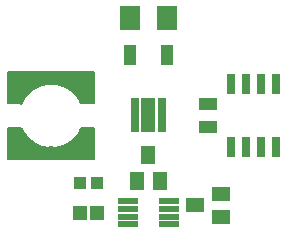
<source format=gts>
G75*
%MOIN*%
%OFA0B0*%
%FSLAX25Y25*%
%IPPOS*%
%LPD*%
%AMOC8*
5,1,8,0,0,1.08239X$1,22.5*
%
%ADD10R,0.05918X0.04343*%
%ADD11R,0.02965X0.06706*%
%ADD12R,0.04737X0.06312*%
%ADD13R,0.02965X0.11824*%
%ADD14R,0.04737X0.11824*%
%ADD15R,0.05800X0.05800*%
%ADD16C,0.00500*%
%ADD17C,0.00160*%
%ADD18R,0.07099X0.08280*%
%ADD19R,0.04343X0.07099*%
%ADD20R,0.07099X0.01981*%
%ADD21R,0.04540X0.04540*%
%ADD22R,0.03950X0.03950*%
%ADD23R,0.06312X0.04737*%
D10*
X0071600Y0047860D03*
X0071600Y0055340D03*
D11*
X0079100Y0062230D03*
X0084100Y0062230D03*
X0089100Y0062230D03*
X0094100Y0062230D03*
X0094100Y0040970D03*
X0089100Y0040970D03*
X0084100Y0040970D03*
X0079100Y0040970D03*
D12*
X0055340Y0029769D03*
X0047860Y0029769D03*
X0051600Y0038431D03*
D13*
X0047171Y0051600D03*
X0056029Y0051600D03*
D14*
X0051600Y0051600D03*
D15*
X0007289Y0039789D03*
X0007289Y0063411D03*
D16*
X0004730Y0063415D02*
X0033470Y0063415D01*
X0033470Y0062917D02*
X0004730Y0062917D01*
X0004730Y0062418D02*
X0016406Y0062418D01*
X0016471Y0062430D02*
X0015168Y0062204D01*
X0013919Y0061768D01*
X0012759Y0061133D01*
X0011719Y0060316D01*
X0010827Y0059339D01*
X0010107Y0058229D01*
X0009579Y0057017D01*
X0009257Y0055734D01*
X0004730Y0055734D01*
X0004730Y0065970D01*
X0033470Y0065970D01*
X0033470Y0055734D01*
X0028943Y0055734D01*
X0028580Y0056991D01*
X0028026Y0058176D01*
X0027292Y0059260D01*
X0026399Y0060216D01*
X0025367Y0061020D01*
X0024221Y0061653D01*
X0022991Y0062099D01*
X0021706Y0062347D01*
X0020399Y0062391D01*
X0019100Y0062230D01*
X0017794Y0062438D01*
X0016471Y0062430D01*
X0017919Y0062418D02*
X0033470Y0062418D01*
X0033470Y0061920D02*
X0023486Y0061920D01*
X0024641Y0061421D02*
X0033470Y0061421D01*
X0033470Y0060923D02*
X0025492Y0060923D01*
X0026132Y0060424D02*
X0033470Y0060424D01*
X0033470Y0059926D02*
X0026670Y0059926D01*
X0027136Y0059427D02*
X0033470Y0059427D01*
X0033470Y0058929D02*
X0027517Y0058929D01*
X0027854Y0058430D02*
X0033470Y0058430D01*
X0033470Y0057932D02*
X0028140Y0057932D01*
X0028373Y0057433D02*
X0033470Y0057433D01*
X0033470Y0056935D02*
X0028596Y0056935D01*
X0028740Y0056436D02*
X0033470Y0056436D01*
X0033470Y0055938D02*
X0028884Y0055938D01*
X0033470Y0063914D02*
X0004730Y0063914D01*
X0004730Y0064412D02*
X0033470Y0064412D01*
X0033470Y0064911D02*
X0004730Y0064911D01*
X0004730Y0065409D02*
X0033470Y0065409D01*
X0033470Y0065908D02*
X0004730Y0065908D01*
X0004730Y0061920D02*
X0014355Y0061920D01*
X0013287Y0061421D02*
X0004730Y0061421D01*
X0004730Y0060923D02*
X0012492Y0060923D01*
X0011858Y0060424D02*
X0004730Y0060424D01*
X0004730Y0059926D02*
X0011363Y0059926D01*
X0010908Y0059427D02*
X0004730Y0059427D01*
X0004730Y0058929D02*
X0010561Y0058929D01*
X0010238Y0058430D02*
X0004730Y0058430D01*
X0004730Y0057932D02*
X0009978Y0057932D01*
X0009761Y0057433D02*
X0004730Y0057433D01*
X0004730Y0056935D02*
X0009559Y0056935D01*
X0009434Y0056436D02*
X0004730Y0056436D01*
X0004730Y0055938D02*
X0009309Y0055938D01*
X0009257Y0047466D02*
X0004730Y0047466D01*
X0004730Y0037230D01*
X0033470Y0037230D01*
X0033470Y0047466D01*
X0028943Y0047466D01*
X0028621Y0046183D01*
X0028093Y0044971D01*
X0027373Y0043861D01*
X0026481Y0042884D01*
X0025441Y0042067D01*
X0024281Y0041432D01*
X0023032Y0040996D01*
X0021729Y0040770D01*
X0020406Y0040762D01*
X0019100Y0040970D01*
X0017801Y0040809D01*
X0016494Y0040853D01*
X0015209Y0041101D01*
X0013979Y0041547D01*
X0012833Y0042180D01*
X0011801Y0042984D01*
X0010908Y0043940D01*
X0010174Y0045024D01*
X0009620Y0046209D01*
X0009257Y0047466D01*
X0009258Y0047463D02*
X0004730Y0047463D01*
X0004730Y0046965D02*
X0009402Y0046965D01*
X0009546Y0046466D02*
X0004730Y0046466D01*
X0004730Y0045968D02*
X0009733Y0045968D01*
X0009966Y0045469D02*
X0004730Y0045469D01*
X0004730Y0044970D02*
X0010210Y0044970D01*
X0010547Y0044472D02*
X0004730Y0044472D01*
X0004730Y0043973D02*
X0010885Y0043973D01*
X0011342Y0043475D02*
X0004730Y0043475D01*
X0004730Y0042976D02*
X0011811Y0042976D01*
X0012451Y0042478D02*
X0004730Y0042478D01*
X0004730Y0041979D02*
X0013196Y0041979D01*
X0014160Y0041481D02*
X0004730Y0041481D01*
X0004730Y0040982D02*
X0015823Y0040982D01*
X0022954Y0040982D02*
X0033470Y0040982D01*
X0033470Y0040484D02*
X0004730Y0040484D01*
X0004730Y0039985D02*
X0033470Y0039985D01*
X0033470Y0039487D02*
X0004730Y0039487D01*
X0004730Y0038988D02*
X0033470Y0038988D01*
X0033470Y0038490D02*
X0004730Y0038490D01*
X0004730Y0037991D02*
X0033470Y0037991D01*
X0033470Y0037493D02*
X0004730Y0037493D01*
X0024369Y0041481D02*
X0033470Y0041481D01*
X0033470Y0041979D02*
X0025280Y0041979D01*
X0025963Y0042478D02*
X0033470Y0042478D01*
X0033470Y0042976D02*
X0026565Y0042976D01*
X0027020Y0043475D02*
X0033470Y0043475D01*
X0033470Y0043973D02*
X0027446Y0043973D01*
X0027769Y0044472D02*
X0033470Y0044472D01*
X0033470Y0044970D02*
X0028093Y0044970D01*
X0028310Y0045469D02*
X0033470Y0045469D01*
X0033470Y0045968D02*
X0028527Y0045968D01*
X0028692Y0046466D02*
X0033470Y0046466D01*
X0033470Y0046965D02*
X0028817Y0046965D01*
X0028942Y0047463D02*
X0033470Y0047463D01*
D17*
X0030204Y0056243D02*
X0028877Y0055685D01*
X0028772Y0055923D01*
X0028660Y0056158D01*
X0028544Y0056390D01*
X0028421Y0056619D01*
X0028293Y0056845D01*
X0028159Y0057068D01*
X0028020Y0057288D01*
X0027876Y0057504D01*
X0027726Y0057717D01*
X0027572Y0057926D01*
X0027412Y0058131D01*
X0027247Y0058332D01*
X0027078Y0058529D01*
X0026904Y0058722D01*
X0026725Y0058910D01*
X0026541Y0059094D01*
X0026353Y0059274D01*
X0026161Y0059449D01*
X0025964Y0059619D01*
X0025764Y0059784D01*
X0025559Y0059945D01*
X0025351Y0060100D01*
X0025139Y0060250D01*
X0024923Y0060396D01*
X0024704Y0060535D01*
X0024482Y0060670D01*
X0024256Y0060798D01*
X0024027Y0060922D01*
X0023795Y0061040D01*
X0023561Y0061152D01*
X0023324Y0061258D01*
X0023084Y0061358D01*
X0022842Y0061453D01*
X0022597Y0061542D01*
X0022351Y0061624D01*
X0022103Y0061701D01*
X0021852Y0061771D01*
X0021601Y0061836D01*
X0021347Y0061894D01*
X0021093Y0061946D01*
X0020837Y0061992D01*
X0020580Y0062032D01*
X0020322Y0062065D01*
X0020063Y0062092D01*
X0019804Y0062113D01*
X0019545Y0062127D01*
X0019285Y0062135D01*
X0019025Y0062137D01*
X0018765Y0062132D01*
X0018506Y0062121D01*
X0018246Y0062104D01*
X0017987Y0062080D01*
X0017729Y0062050D01*
X0017472Y0062014D01*
X0017215Y0061972D01*
X0016960Y0061923D01*
X0016706Y0061868D01*
X0016453Y0061807D01*
X0016202Y0061740D01*
X0015953Y0061666D01*
X0015705Y0061587D01*
X0015460Y0061501D01*
X0015217Y0061410D01*
X0014975Y0061313D01*
X0014737Y0061210D01*
X0014501Y0061101D01*
X0014268Y0060986D01*
X0014037Y0060866D01*
X0013810Y0060740D01*
X0013586Y0060608D01*
X0013365Y0060472D01*
X0013147Y0060329D01*
X0012933Y0060182D01*
X0012723Y0060029D01*
X0012516Y0059872D01*
X0012313Y0059709D01*
X0012115Y0059541D01*
X0011920Y0059369D01*
X0011730Y0059192D01*
X0011544Y0059010D01*
X0011362Y0058824D01*
X0011186Y0058633D01*
X0011013Y0058439D01*
X0010846Y0058240D01*
X0010684Y0058037D01*
X0010526Y0057830D01*
X0010374Y0057619D01*
X0010227Y0057405D01*
X0010085Y0057187D01*
X0009949Y0056966D01*
X0009817Y0056742D01*
X0009692Y0056514D01*
X0009572Y0056283D01*
X0009458Y0056050D01*
X0009349Y0055814D01*
X0009246Y0055575D01*
X0007913Y0056118D01*
X0008029Y0056390D01*
X0008152Y0056658D01*
X0008282Y0056923D01*
X0008418Y0057185D01*
X0008560Y0057444D01*
X0008709Y0057699D01*
X0008864Y0057951D01*
X0009025Y0058198D01*
X0009192Y0058442D01*
X0009365Y0058681D01*
X0009543Y0058916D01*
X0009728Y0059147D01*
X0009918Y0059373D01*
X0010113Y0059594D01*
X0010314Y0059811D01*
X0010520Y0060022D01*
X0010731Y0060229D01*
X0010947Y0060430D01*
X0011168Y0060626D01*
X0011393Y0060817D01*
X0011623Y0061002D01*
X0011858Y0061181D01*
X0012097Y0061354D01*
X0012340Y0061522D01*
X0012587Y0061684D01*
X0012838Y0061839D01*
X0013093Y0061989D01*
X0013351Y0062132D01*
X0013613Y0062269D01*
X0013878Y0062399D01*
X0014146Y0062523D01*
X0014417Y0062640D01*
X0014691Y0062751D01*
X0014967Y0062855D01*
X0015246Y0062952D01*
X0015527Y0063042D01*
X0015810Y0063125D01*
X0016095Y0063202D01*
X0016382Y0063271D01*
X0016671Y0063334D01*
X0016961Y0063389D01*
X0017252Y0063437D01*
X0017545Y0063479D01*
X0017838Y0063513D01*
X0018132Y0063539D01*
X0018427Y0063559D01*
X0018722Y0063572D01*
X0019017Y0063577D01*
X0019312Y0063575D01*
X0019607Y0063566D01*
X0019902Y0063549D01*
X0020197Y0063526D01*
X0020490Y0063495D01*
X0020783Y0063457D01*
X0021075Y0063412D01*
X0021366Y0063360D01*
X0021655Y0063301D01*
X0021943Y0063235D01*
X0022229Y0063161D01*
X0022513Y0063081D01*
X0022795Y0062994D01*
X0023075Y0062900D01*
X0023352Y0062799D01*
X0023627Y0062692D01*
X0023900Y0062578D01*
X0024169Y0062457D01*
X0024436Y0062329D01*
X0024699Y0062196D01*
X0024959Y0062055D01*
X0025215Y0061909D01*
X0025468Y0061756D01*
X0025717Y0061597D01*
X0025962Y0061432D01*
X0026202Y0061262D01*
X0026439Y0061085D01*
X0026671Y0060903D01*
X0026899Y0060715D01*
X0027122Y0060521D01*
X0027340Y0060322D01*
X0027554Y0060118D01*
X0027762Y0059909D01*
X0027965Y0059695D01*
X0028163Y0059475D01*
X0028355Y0059251D01*
X0028542Y0059023D01*
X0028724Y0058790D01*
X0028899Y0058552D01*
X0029069Y0058311D01*
X0029233Y0058065D01*
X0029390Y0057815D01*
X0029542Y0057562D01*
X0029687Y0057305D01*
X0029826Y0057044D01*
X0029959Y0056781D01*
X0030085Y0056514D01*
X0030205Y0056244D01*
X0030065Y0056185D01*
X0029947Y0056452D01*
X0029823Y0056715D01*
X0029692Y0056976D01*
X0029554Y0057233D01*
X0029411Y0057487D01*
X0029261Y0057737D01*
X0029106Y0057984D01*
X0028944Y0058226D01*
X0028776Y0058465D01*
X0028603Y0058699D01*
X0028424Y0058929D01*
X0028239Y0059155D01*
X0028049Y0059376D01*
X0027854Y0059593D01*
X0027653Y0059804D01*
X0027448Y0060011D01*
X0027237Y0060212D01*
X0027021Y0060409D01*
X0026801Y0060600D01*
X0026576Y0060785D01*
X0026347Y0060965D01*
X0026113Y0061140D01*
X0025875Y0061308D01*
X0025633Y0061471D01*
X0025388Y0061628D01*
X0025138Y0061779D01*
X0024885Y0061924D01*
X0024628Y0062062D01*
X0024368Y0062194D01*
X0024105Y0062320D01*
X0023839Y0062439D01*
X0023570Y0062552D01*
X0023299Y0062658D01*
X0023025Y0062758D01*
X0022748Y0062850D01*
X0022470Y0062936D01*
X0022189Y0063016D01*
X0021907Y0063088D01*
X0021623Y0063153D01*
X0021337Y0063212D01*
X0021050Y0063263D01*
X0020762Y0063308D01*
X0020473Y0063345D01*
X0020183Y0063375D01*
X0019892Y0063399D01*
X0019601Y0063415D01*
X0019309Y0063424D01*
X0019018Y0063426D01*
X0018726Y0063421D01*
X0018435Y0063408D01*
X0018144Y0063389D01*
X0017854Y0063362D01*
X0017564Y0063329D01*
X0017275Y0063288D01*
X0016988Y0063240D01*
X0016701Y0063186D01*
X0016416Y0063124D01*
X0016133Y0063056D01*
X0015851Y0062980D01*
X0015572Y0062898D01*
X0015294Y0062809D01*
X0015019Y0062713D01*
X0014746Y0062610D01*
X0014475Y0062501D01*
X0014208Y0062385D01*
X0013943Y0062263D01*
X0013682Y0062134D01*
X0013423Y0061999D01*
X0013168Y0061858D01*
X0012917Y0061710D01*
X0012669Y0061557D01*
X0012425Y0061397D01*
X0012185Y0061232D01*
X0011949Y0061060D01*
X0011717Y0060883D01*
X0011490Y0060701D01*
X0011267Y0060512D01*
X0011049Y0060319D01*
X0010836Y0060120D01*
X0010627Y0059916D01*
X0010424Y0059707D01*
X0010226Y0059494D01*
X0010033Y0059275D01*
X0009845Y0059052D01*
X0009663Y0058824D01*
X0009487Y0058592D01*
X0009316Y0058355D01*
X0009151Y0058115D01*
X0008992Y0057871D01*
X0008839Y0057622D01*
X0008692Y0057370D01*
X0008552Y0057115D01*
X0008417Y0056856D01*
X0008289Y0056594D01*
X0008168Y0056329D01*
X0008052Y0056061D01*
X0008192Y0056004D01*
X0008306Y0056269D01*
X0008426Y0056531D01*
X0008552Y0056789D01*
X0008685Y0057045D01*
X0008824Y0057297D01*
X0008969Y0057545D01*
X0009120Y0057790D01*
X0009277Y0058032D01*
X0009440Y0058269D01*
X0009608Y0058503D01*
X0009783Y0058732D01*
X0009962Y0058957D01*
X0010148Y0059177D01*
X0010338Y0059393D01*
X0010534Y0059604D01*
X0010735Y0059810D01*
X0010940Y0060011D01*
X0011151Y0060208D01*
X0011366Y0060399D01*
X0011586Y0060584D01*
X0011811Y0060765D01*
X0012039Y0060939D01*
X0012272Y0061109D01*
X0012509Y0061272D01*
X0012750Y0061430D01*
X0012995Y0061581D01*
X0013243Y0061727D01*
X0013495Y0061866D01*
X0013750Y0062000D01*
X0014008Y0062127D01*
X0014270Y0062247D01*
X0014534Y0062362D01*
X0014801Y0062469D01*
X0015070Y0062571D01*
X0015342Y0062665D01*
X0015616Y0062753D01*
X0015892Y0062835D01*
X0016171Y0062909D01*
X0016450Y0062977D01*
X0016732Y0063038D01*
X0017014Y0063092D01*
X0017298Y0063139D01*
X0017583Y0063179D01*
X0017869Y0063212D01*
X0018156Y0063238D01*
X0018443Y0063258D01*
X0018731Y0063270D01*
X0019019Y0063275D01*
X0019307Y0063273D01*
X0019594Y0063264D01*
X0019882Y0063248D01*
X0020169Y0063225D01*
X0020455Y0063195D01*
X0020740Y0063158D01*
X0021025Y0063114D01*
X0021308Y0063064D01*
X0021590Y0063006D01*
X0021871Y0062941D01*
X0022150Y0062870D01*
X0022427Y0062792D01*
X0022702Y0062707D01*
X0022975Y0062615D01*
X0023245Y0062517D01*
X0023513Y0062412D01*
X0023779Y0062301D01*
X0024042Y0062183D01*
X0024301Y0062059D01*
X0024558Y0061928D01*
X0024811Y0061792D01*
X0025061Y0061649D01*
X0025308Y0061500D01*
X0025550Y0061345D01*
X0025789Y0061185D01*
X0026024Y0061018D01*
X0026255Y0060846D01*
X0026481Y0060668D01*
X0026703Y0060485D01*
X0026921Y0060296D01*
X0027133Y0060102D01*
X0027341Y0059903D01*
X0027544Y0059699D01*
X0027743Y0059491D01*
X0027935Y0059277D01*
X0028123Y0059059D01*
X0028305Y0058836D01*
X0028482Y0058609D01*
X0028653Y0058377D01*
X0028819Y0058142D01*
X0028978Y0057902D01*
X0029132Y0057659D01*
X0029280Y0057412D01*
X0029422Y0057161D01*
X0029557Y0056907D01*
X0029687Y0056650D01*
X0029810Y0056390D01*
X0029926Y0056127D01*
X0029787Y0056068D01*
X0029672Y0056328D01*
X0029550Y0056585D01*
X0029423Y0056839D01*
X0029289Y0057089D01*
X0029149Y0057337D01*
X0029003Y0057580D01*
X0028851Y0057821D01*
X0028694Y0058057D01*
X0028530Y0058290D01*
X0028361Y0058518D01*
X0028187Y0058742D01*
X0028007Y0058962D01*
X0027822Y0059178D01*
X0027631Y0059389D01*
X0027436Y0059595D01*
X0027235Y0059796D01*
X0027030Y0059992D01*
X0026820Y0060184D01*
X0026605Y0060370D01*
X0026386Y0060551D01*
X0026162Y0060726D01*
X0025935Y0060896D01*
X0025703Y0061061D01*
X0025467Y0061219D01*
X0025227Y0061372D01*
X0024984Y0061519D01*
X0024738Y0061660D01*
X0024487Y0061795D01*
X0024234Y0061924D01*
X0023978Y0062046D01*
X0023718Y0062162D01*
X0023456Y0062272D01*
X0023192Y0062376D01*
X0022925Y0062473D01*
X0022655Y0062563D01*
X0022384Y0062647D01*
X0022110Y0062724D01*
X0021835Y0062795D01*
X0021558Y0062858D01*
X0021280Y0062915D01*
X0021000Y0062965D01*
X0020719Y0063009D01*
X0020437Y0063045D01*
X0020155Y0063075D01*
X0019871Y0063097D01*
X0019588Y0063113D01*
X0019304Y0063122D01*
X0019020Y0063124D01*
X0018735Y0063119D01*
X0018452Y0063107D01*
X0018168Y0063088D01*
X0017885Y0063062D01*
X0017603Y0063029D01*
X0017321Y0062990D01*
X0017041Y0062943D01*
X0016762Y0062890D01*
X0016484Y0062830D01*
X0016208Y0062763D01*
X0015934Y0062689D01*
X0015661Y0062609D01*
X0015390Y0062522D01*
X0015122Y0062429D01*
X0014856Y0062329D01*
X0014593Y0062222D01*
X0014332Y0062110D01*
X0014074Y0061991D01*
X0013819Y0061865D01*
X0013567Y0061734D01*
X0013318Y0061596D01*
X0013073Y0061452D01*
X0012832Y0061302D01*
X0012594Y0061147D01*
X0012360Y0060986D01*
X0012130Y0060819D01*
X0011904Y0060646D01*
X0011683Y0060468D01*
X0011466Y0060285D01*
X0011253Y0060096D01*
X0011045Y0059903D01*
X0010842Y0059704D01*
X0010644Y0059500D01*
X0010450Y0059292D01*
X0010262Y0059079D01*
X0010080Y0058861D01*
X0009902Y0058640D01*
X0009730Y0058413D01*
X0009564Y0058183D01*
X0009403Y0057949D01*
X0009248Y0057710D01*
X0009099Y0057469D01*
X0008956Y0057223D01*
X0008819Y0056974D01*
X0008688Y0056722D01*
X0008563Y0056467D01*
X0008444Y0056209D01*
X0008332Y0055947D01*
X0008472Y0055890D01*
X0008583Y0056148D01*
X0008700Y0056403D01*
X0008823Y0056655D01*
X0008952Y0056904D01*
X0009088Y0057149D01*
X0009229Y0057392D01*
X0009376Y0057630D01*
X0009529Y0057865D01*
X0009688Y0058097D01*
X0009852Y0058324D01*
X0010022Y0058547D01*
X0010197Y0058766D01*
X0010377Y0058981D01*
X0010563Y0059191D01*
X0010754Y0059397D01*
X0010949Y0059598D01*
X0011150Y0059794D01*
X0011355Y0059985D01*
X0011565Y0060171D01*
X0011779Y0060352D01*
X0011998Y0060528D01*
X0012221Y0060698D01*
X0012448Y0060863D01*
X0012679Y0061022D01*
X0012913Y0061175D01*
X0013152Y0061323D01*
X0013394Y0061465D01*
X0013639Y0061601D01*
X0013888Y0061731D01*
X0014139Y0061854D01*
X0014394Y0061972D01*
X0014651Y0062083D01*
X0014911Y0062188D01*
X0015174Y0062287D01*
X0015439Y0062379D01*
X0015706Y0062465D01*
X0015975Y0062544D01*
X0016246Y0062617D01*
X0016518Y0062683D01*
X0016792Y0062742D01*
X0017068Y0062795D01*
X0017344Y0062840D01*
X0017622Y0062880D01*
X0017901Y0062912D01*
X0018180Y0062937D01*
X0018460Y0062956D01*
X0018740Y0062968D01*
X0019020Y0062973D01*
X0019301Y0062971D01*
X0019581Y0062962D01*
X0019861Y0062947D01*
X0020141Y0062924D01*
X0020420Y0062895D01*
X0020698Y0062859D01*
X0020975Y0062817D01*
X0021251Y0062767D01*
X0021526Y0062711D01*
X0021799Y0062648D01*
X0022071Y0062578D01*
X0022341Y0062502D01*
X0022609Y0062419D01*
X0022875Y0062330D01*
X0023138Y0062235D01*
X0023399Y0062132D01*
X0023658Y0062024D01*
X0023914Y0061909D01*
X0024167Y0061788D01*
X0024417Y0061661D01*
X0024664Y0061528D01*
X0024907Y0061389D01*
X0025147Y0061244D01*
X0025384Y0061093D01*
X0025617Y0060937D01*
X0025845Y0060774D01*
X0026070Y0060607D01*
X0026291Y0060434D01*
X0026507Y0060255D01*
X0026719Y0060071D01*
X0026926Y0059883D01*
X0027129Y0059689D01*
X0027327Y0059490D01*
X0027520Y0059287D01*
X0027708Y0059078D01*
X0027891Y0058866D01*
X0028068Y0058649D01*
X0028241Y0058427D01*
X0028407Y0058202D01*
X0028569Y0057972D01*
X0028724Y0057739D01*
X0028874Y0057502D01*
X0029018Y0057261D01*
X0029156Y0057017D01*
X0029288Y0056770D01*
X0029414Y0056519D01*
X0029534Y0056266D01*
X0029648Y0056009D01*
X0029509Y0055951D01*
X0029396Y0056204D01*
X0029278Y0056454D01*
X0029154Y0056701D01*
X0029023Y0056945D01*
X0028887Y0057186D01*
X0028745Y0057424D01*
X0028597Y0057658D01*
X0028443Y0057888D01*
X0028284Y0058114D01*
X0028120Y0058337D01*
X0027950Y0058555D01*
X0027774Y0058769D01*
X0027594Y0058979D01*
X0027409Y0059185D01*
X0027218Y0059385D01*
X0027023Y0059581D01*
X0026823Y0059773D01*
X0026618Y0059959D01*
X0026409Y0060140D01*
X0026196Y0060316D01*
X0025978Y0060487D01*
X0025756Y0060653D01*
X0025530Y0060813D01*
X0025301Y0060967D01*
X0025067Y0061116D01*
X0024830Y0061259D01*
X0024590Y0061396D01*
X0024347Y0061528D01*
X0024100Y0061653D01*
X0023850Y0061772D01*
X0023598Y0061886D01*
X0023342Y0061993D01*
X0023085Y0062093D01*
X0022825Y0062188D01*
X0022562Y0062276D01*
X0022298Y0062357D01*
X0022031Y0062433D01*
X0021763Y0062501D01*
X0021494Y0062563D01*
X0021222Y0062619D01*
X0020950Y0062668D01*
X0020677Y0062710D01*
X0020402Y0062745D01*
X0020127Y0062774D01*
X0019851Y0062796D01*
X0019575Y0062811D01*
X0019298Y0062820D01*
X0019021Y0062822D01*
X0018745Y0062817D01*
X0018468Y0062805D01*
X0018192Y0062787D01*
X0017916Y0062762D01*
X0017641Y0062730D01*
X0017367Y0062691D01*
X0017094Y0062646D01*
X0016823Y0062594D01*
X0016552Y0062536D01*
X0016283Y0062470D01*
X0016016Y0062399D01*
X0015750Y0062321D01*
X0015487Y0062236D01*
X0015225Y0062145D01*
X0014966Y0062048D01*
X0014710Y0061944D01*
X0014456Y0061834D01*
X0014205Y0061718D01*
X0013956Y0061596D01*
X0013711Y0061468D01*
X0013469Y0061334D01*
X0013230Y0061194D01*
X0012995Y0061048D01*
X0012763Y0060897D01*
X0012535Y0060740D01*
X0012311Y0060577D01*
X0012091Y0060409D01*
X0011876Y0060236D01*
X0011664Y0060057D01*
X0011457Y0059874D01*
X0011255Y0059685D01*
X0011057Y0059492D01*
X0010864Y0059293D01*
X0010675Y0059091D01*
X0010492Y0058883D01*
X0010314Y0058671D01*
X0010141Y0058455D01*
X0009974Y0058235D01*
X0009812Y0058010D01*
X0009655Y0057782D01*
X0009504Y0057550D01*
X0009359Y0057315D01*
X0009219Y0057076D01*
X0009086Y0056833D01*
X0008958Y0056588D01*
X0008837Y0056339D01*
X0008721Y0056088D01*
X0008612Y0055834D01*
X0008752Y0055777D01*
X0008860Y0056027D01*
X0008974Y0056275D01*
X0009094Y0056521D01*
X0009219Y0056763D01*
X0009351Y0057002D01*
X0009489Y0057238D01*
X0009632Y0057470D01*
X0009781Y0057699D01*
X0009936Y0057924D01*
X0010096Y0058146D01*
X0010261Y0058363D01*
X0010431Y0058576D01*
X0010607Y0058785D01*
X0010788Y0058990D01*
X0010974Y0059190D01*
X0011164Y0059386D01*
X0011359Y0059576D01*
X0011559Y0059762D01*
X0011763Y0059944D01*
X0011972Y0060120D01*
X0012185Y0060291D01*
X0012402Y0060456D01*
X0012623Y0060617D01*
X0012848Y0060772D01*
X0013076Y0060921D01*
X0013308Y0061065D01*
X0013544Y0061203D01*
X0013783Y0061335D01*
X0014025Y0061462D01*
X0014270Y0061582D01*
X0014518Y0061697D01*
X0014768Y0061805D01*
X0015022Y0061907D01*
X0015277Y0062003D01*
X0015535Y0062093D01*
X0015795Y0062176D01*
X0016057Y0062254D01*
X0016321Y0062324D01*
X0016586Y0062388D01*
X0016853Y0062446D01*
X0017121Y0062497D01*
X0017390Y0062542D01*
X0017661Y0062580D01*
X0017932Y0062611D01*
X0018204Y0062636D01*
X0018476Y0062654D01*
X0018749Y0062666D01*
X0019022Y0062671D01*
X0019295Y0062669D01*
X0019568Y0062661D01*
X0019841Y0062645D01*
X0020113Y0062624D01*
X0020384Y0062595D01*
X0020655Y0062560D01*
X0020925Y0062519D01*
X0021194Y0062471D01*
X0021461Y0062416D01*
X0021727Y0062355D01*
X0021992Y0062287D01*
X0022255Y0062213D01*
X0022516Y0062132D01*
X0022774Y0062045D01*
X0023031Y0061952D01*
X0023285Y0061853D01*
X0023537Y0061747D01*
X0023786Y0061636D01*
X0024033Y0061518D01*
X0024276Y0061394D01*
X0024516Y0061265D01*
X0024754Y0061129D01*
X0024987Y0060988D01*
X0025217Y0060841D01*
X0025444Y0060689D01*
X0025667Y0060531D01*
X0025886Y0060368D01*
X0026100Y0060199D01*
X0026311Y0060025D01*
X0026517Y0059847D01*
X0026719Y0059663D01*
X0026917Y0059474D01*
X0027109Y0059281D01*
X0027297Y0059082D01*
X0027480Y0058880D01*
X0027658Y0058673D01*
X0027831Y0058462D01*
X0027999Y0058246D01*
X0028161Y0058027D01*
X0028318Y0057803D01*
X0028470Y0057576D01*
X0028616Y0057345D01*
X0028756Y0057111D01*
X0028891Y0056873D01*
X0029019Y0056633D01*
X0029142Y0056389D01*
X0029259Y0056142D01*
X0029369Y0055892D01*
X0029230Y0055834D01*
X0029121Y0056080D01*
X0029006Y0056323D01*
X0028885Y0056564D01*
X0028758Y0056802D01*
X0028625Y0057036D01*
X0028487Y0057267D01*
X0028343Y0057495D01*
X0028193Y0057719D01*
X0028038Y0057939D01*
X0027878Y0058156D01*
X0027713Y0058368D01*
X0027542Y0058576D01*
X0027366Y0058781D01*
X0027186Y0058980D01*
X0027001Y0059176D01*
X0026810Y0059367D01*
X0026616Y0059553D01*
X0026417Y0059734D01*
X0026213Y0059910D01*
X0026005Y0060082D01*
X0025793Y0060248D01*
X0025577Y0060409D01*
X0025358Y0060565D01*
X0025134Y0060715D01*
X0024907Y0060860D01*
X0024677Y0060999D01*
X0024443Y0061133D01*
X0024206Y0061261D01*
X0023966Y0061383D01*
X0023723Y0061499D01*
X0023477Y0061609D01*
X0023228Y0061713D01*
X0022978Y0061811D01*
X0022724Y0061903D01*
X0022469Y0061989D01*
X0022212Y0062068D01*
X0021952Y0062141D01*
X0021692Y0062208D01*
X0021429Y0062268D01*
X0021165Y0062322D01*
X0020900Y0062370D01*
X0020634Y0062411D01*
X0020367Y0062445D01*
X0020099Y0062473D01*
X0019830Y0062495D01*
X0019562Y0062510D01*
X0019292Y0062518D01*
X0019023Y0062520D01*
X0018754Y0062515D01*
X0018485Y0062504D01*
X0018216Y0062486D01*
X0017948Y0062461D01*
X0017680Y0062430D01*
X0017413Y0062393D01*
X0017148Y0062349D01*
X0016883Y0062298D01*
X0016620Y0062241D01*
X0016358Y0062178D01*
X0016098Y0062108D01*
X0015840Y0062032D01*
X0015583Y0061950D01*
X0015329Y0061861D01*
X0015077Y0061767D01*
X0014827Y0061666D01*
X0014580Y0061559D01*
X0014335Y0061446D01*
X0014093Y0061327D01*
X0013855Y0061202D01*
X0013619Y0061072D01*
X0013387Y0060936D01*
X0013158Y0060794D01*
X0012932Y0060647D01*
X0012711Y0060494D01*
X0012493Y0060336D01*
X0012279Y0060172D01*
X0012069Y0060004D01*
X0011863Y0059830D01*
X0011661Y0059651D01*
X0011464Y0059468D01*
X0011271Y0059279D01*
X0011084Y0059086D01*
X0010900Y0058889D01*
X0010722Y0058687D01*
X0010549Y0058481D01*
X0010380Y0058271D01*
X0010217Y0058056D01*
X0010060Y0057838D01*
X0009907Y0057616D01*
X0009760Y0057390D01*
X0009619Y0057161D01*
X0009483Y0056928D01*
X0009353Y0056693D01*
X0009229Y0056454D01*
X0009110Y0056212D01*
X0008998Y0055967D01*
X0008891Y0055720D01*
X0009031Y0055663D01*
X0009136Y0055907D01*
X0009247Y0056148D01*
X0009364Y0056386D01*
X0009487Y0056622D01*
X0009615Y0056855D01*
X0009749Y0057084D01*
X0009888Y0057310D01*
X0010033Y0057533D01*
X0010184Y0057752D01*
X0010339Y0057967D01*
X0010500Y0058178D01*
X0010666Y0058386D01*
X0010837Y0058589D01*
X0011013Y0058788D01*
X0011193Y0058983D01*
X0011379Y0059173D01*
X0011569Y0059359D01*
X0011763Y0059540D01*
X0011962Y0059716D01*
X0012165Y0059887D01*
X0012372Y0060054D01*
X0012583Y0060215D01*
X0012798Y0060371D01*
X0013017Y0060522D01*
X0013239Y0060667D01*
X0013465Y0060807D01*
X0013694Y0060941D01*
X0013927Y0061070D01*
X0014162Y0061193D01*
X0014401Y0061310D01*
X0014642Y0061421D01*
X0014885Y0061527D01*
X0015132Y0061626D01*
X0015380Y0061719D01*
X0015631Y0061807D01*
X0015884Y0061888D01*
X0016139Y0061963D01*
X0016396Y0062032D01*
X0016654Y0062094D01*
X0016913Y0062150D01*
X0017174Y0062200D01*
X0017436Y0062243D01*
X0017699Y0062280D01*
X0017963Y0062311D01*
X0018228Y0062335D01*
X0018493Y0062353D01*
X0018758Y0062364D01*
X0019024Y0062369D01*
X0019289Y0062367D01*
X0019555Y0062359D01*
X0019820Y0062344D01*
X0020085Y0062323D01*
X0020349Y0062295D01*
X0020613Y0062261D01*
X0020875Y0062221D01*
X0021137Y0062174D01*
X0021397Y0062121D01*
X0021656Y0062061D01*
X0021913Y0061995D01*
X0022169Y0061923D01*
X0022422Y0061845D01*
X0022674Y0061760D01*
X0022924Y0061670D01*
X0023171Y0061573D01*
X0023416Y0061470D01*
X0023659Y0061362D01*
X0023898Y0061247D01*
X0024135Y0061127D01*
X0024369Y0061001D01*
X0024600Y0060869D01*
X0024827Y0060732D01*
X0025051Y0060589D01*
X0025271Y0060441D01*
X0025488Y0060287D01*
X0025701Y0060129D01*
X0025910Y0059965D01*
X0026115Y0059796D01*
X0026316Y0059622D01*
X0026512Y0059443D01*
X0026704Y0059259D01*
X0026892Y0059071D01*
X0027075Y0058878D01*
X0027253Y0058681D01*
X0027426Y0058480D01*
X0027594Y0058274D01*
X0027757Y0058065D01*
X0027915Y0057851D01*
X0028068Y0057634D01*
X0028216Y0057413D01*
X0028358Y0057189D01*
X0028494Y0056961D01*
X0028625Y0056730D01*
X0028750Y0056495D01*
X0028870Y0056258D01*
X0028983Y0056018D01*
X0029091Y0055775D01*
X0028952Y0055717D01*
X0028846Y0055956D01*
X0028734Y0056193D01*
X0028616Y0056427D01*
X0028492Y0056658D01*
X0028363Y0056886D01*
X0028229Y0057110D01*
X0028088Y0057332D01*
X0027943Y0057550D01*
X0027792Y0057764D01*
X0027637Y0057974D01*
X0027476Y0058181D01*
X0027310Y0058384D01*
X0027139Y0058582D01*
X0026963Y0058776D01*
X0026783Y0058966D01*
X0026598Y0059152D01*
X0026409Y0059333D01*
X0026215Y0059509D01*
X0026017Y0059681D01*
X0025815Y0059847D01*
X0025609Y0060009D01*
X0025399Y0060166D01*
X0025185Y0060317D01*
X0024968Y0060463D01*
X0024747Y0060604D01*
X0024523Y0060739D01*
X0024295Y0060869D01*
X0024065Y0060993D01*
X0023831Y0061112D01*
X0023595Y0061225D01*
X0023356Y0061332D01*
X0023114Y0061433D01*
X0022870Y0061529D01*
X0022624Y0061618D01*
X0022376Y0061701D01*
X0022126Y0061779D01*
X0021874Y0061850D01*
X0021620Y0061915D01*
X0021365Y0061973D01*
X0021108Y0062026D01*
X0020850Y0062072D01*
X0020591Y0062112D01*
X0020331Y0062145D01*
X0020071Y0062173D01*
X0019810Y0062194D01*
X0019548Y0062208D01*
X0019287Y0062216D01*
X0019025Y0062218D01*
X0018763Y0062213D01*
X0018501Y0062202D01*
X0018240Y0062185D01*
X0017979Y0062161D01*
X0017719Y0062131D01*
X0017459Y0062094D01*
X0017201Y0062051D01*
X0016944Y0062002D01*
X0016688Y0061947D01*
X0016433Y0061885D01*
X0016180Y0061818D01*
X0015929Y0061744D01*
X0015679Y0061664D01*
X0015432Y0061578D01*
X0015187Y0061485D01*
X0014944Y0061387D01*
X0014704Y0061283D01*
X0014466Y0061174D01*
X0014231Y0061058D01*
X0013999Y0060937D01*
X0013769Y0060810D01*
X0013544Y0060678D01*
X0013321Y0060540D01*
X0013102Y0060396D01*
X0012886Y0060248D01*
X0012674Y0060094D01*
X0012466Y0059935D01*
X0012261Y0059771D01*
X0012061Y0059602D01*
X0011865Y0059429D01*
X0011674Y0059250D01*
X0011486Y0059067D01*
X0011303Y0058879D01*
X0011125Y0058687D01*
X0010952Y0058491D01*
X0010783Y0058291D01*
X0010620Y0058086D01*
X0010461Y0057878D01*
X0010308Y0057666D01*
X0010159Y0057450D01*
X0010016Y0057230D01*
X0009879Y0057007D01*
X0009747Y0056781D01*
X0009620Y0056552D01*
X0009499Y0056319D01*
X0009384Y0056084D01*
X0009275Y0055846D01*
X0009171Y0055606D01*
X0007996Y0046957D02*
X0009323Y0047515D01*
X0009428Y0047277D01*
X0009540Y0047042D01*
X0009656Y0046810D01*
X0009779Y0046581D01*
X0009907Y0046355D01*
X0010041Y0046132D01*
X0010180Y0045912D01*
X0010324Y0045696D01*
X0010474Y0045483D01*
X0010628Y0045274D01*
X0010788Y0045069D01*
X0010953Y0044868D01*
X0011122Y0044671D01*
X0011296Y0044478D01*
X0011475Y0044290D01*
X0011659Y0044106D01*
X0011847Y0043926D01*
X0012039Y0043751D01*
X0012236Y0043581D01*
X0012436Y0043416D01*
X0012641Y0043255D01*
X0012849Y0043100D01*
X0013061Y0042950D01*
X0013277Y0042804D01*
X0013496Y0042665D01*
X0013718Y0042530D01*
X0013944Y0042402D01*
X0014173Y0042278D01*
X0014405Y0042160D01*
X0014639Y0042048D01*
X0014876Y0041942D01*
X0015116Y0041842D01*
X0015358Y0041747D01*
X0015603Y0041658D01*
X0015849Y0041576D01*
X0016097Y0041499D01*
X0016348Y0041429D01*
X0016599Y0041364D01*
X0016853Y0041306D01*
X0017107Y0041254D01*
X0017363Y0041208D01*
X0017620Y0041168D01*
X0017878Y0041135D01*
X0018137Y0041108D01*
X0018396Y0041087D01*
X0018655Y0041073D01*
X0018915Y0041065D01*
X0019175Y0041063D01*
X0019435Y0041068D01*
X0019694Y0041079D01*
X0019954Y0041096D01*
X0020213Y0041120D01*
X0020471Y0041150D01*
X0020728Y0041186D01*
X0020985Y0041228D01*
X0021240Y0041277D01*
X0021494Y0041332D01*
X0021747Y0041393D01*
X0021998Y0041460D01*
X0022247Y0041534D01*
X0022495Y0041613D01*
X0022740Y0041699D01*
X0022983Y0041790D01*
X0023225Y0041887D01*
X0023463Y0041990D01*
X0023699Y0042099D01*
X0023932Y0042214D01*
X0024163Y0042334D01*
X0024390Y0042460D01*
X0024614Y0042592D01*
X0024835Y0042728D01*
X0025053Y0042871D01*
X0025267Y0043018D01*
X0025477Y0043171D01*
X0025684Y0043328D01*
X0025887Y0043491D01*
X0026085Y0043659D01*
X0026280Y0043831D01*
X0026470Y0044008D01*
X0026656Y0044190D01*
X0026838Y0044376D01*
X0027014Y0044567D01*
X0027187Y0044761D01*
X0027354Y0044960D01*
X0027516Y0045163D01*
X0027674Y0045370D01*
X0027826Y0045581D01*
X0027973Y0045795D01*
X0028115Y0046013D01*
X0028251Y0046234D01*
X0028383Y0046458D01*
X0028508Y0046686D01*
X0028628Y0046917D01*
X0028742Y0047150D01*
X0028851Y0047386D01*
X0028954Y0047625D01*
X0030287Y0047082D01*
X0030171Y0046810D01*
X0030048Y0046542D01*
X0029918Y0046277D01*
X0029782Y0046015D01*
X0029640Y0045756D01*
X0029491Y0045501D01*
X0029336Y0045249D01*
X0029175Y0045002D01*
X0029008Y0044758D01*
X0028835Y0044519D01*
X0028657Y0044284D01*
X0028472Y0044053D01*
X0028282Y0043827D01*
X0028087Y0043606D01*
X0027886Y0043389D01*
X0027680Y0043178D01*
X0027469Y0042971D01*
X0027253Y0042770D01*
X0027032Y0042574D01*
X0026807Y0042383D01*
X0026577Y0042198D01*
X0026342Y0042019D01*
X0026103Y0041846D01*
X0025860Y0041678D01*
X0025613Y0041516D01*
X0025362Y0041361D01*
X0025107Y0041211D01*
X0024849Y0041068D01*
X0024587Y0040931D01*
X0024322Y0040801D01*
X0024054Y0040677D01*
X0023783Y0040560D01*
X0023509Y0040449D01*
X0023233Y0040345D01*
X0022954Y0040248D01*
X0022673Y0040158D01*
X0022390Y0040075D01*
X0022105Y0039998D01*
X0021818Y0039929D01*
X0021529Y0039866D01*
X0021239Y0039811D01*
X0020948Y0039763D01*
X0020655Y0039721D01*
X0020362Y0039687D01*
X0020068Y0039661D01*
X0019773Y0039641D01*
X0019478Y0039628D01*
X0019183Y0039623D01*
X0018888Y0039625D01*
X0018593Y0039634D01*
X0018298Y0039651D01*
X0018003Y0039674D01*
X0017710Y0039705D01*
X0017417Y0039743D01*
X0017125Y0039788D01*
X0016834Y0039840D01*
X0016545Y0039899D01*
X0016257Y0039965D01*
X0015971Y0040039D01*
X0015687Y0040119D01*
X0015405Y0040206D01*
X0015125Y0040300D01*
X0014848Y0040401D01*
X0014573Y0040508D01*
X0014300Y0040622D01*
X0014031Y0040743D01*
X0013764Y0040871D01*
X0013501Y0041004D01*
X0013241Y0041145D01*
X0012985Y0041291D01*
X0012732Y0041444D01*
X0012483Y0041603D01*
X0012238Y0041768D01*
X0011998Y0041938D01*
X0011761Y0042115D01*
X0011529Y0042297D01*
X0011301Y0042485D01*
X0011078Y0042679D01*
X0010860Y0042878D01*
X0010646Y0043082D01*
X0010438Y0043291D01*
X0010235Y0043505D01*
X0010037Y0043725D01*
X0009845Y0043949D01*
X0009658Y0044177D01*
X0009476Y0044410D01*
X0009301Y0044648D01*
X0009131Y0044889D01*
X0008967Y0045135D01*
X0008810Y0045385D01*
X0008658Y0045638D01*
X0008513Y0045895D01*
X0008374Y0046156D01*
X0008241Y0046419D01*
X0008115Y0046686D01*
X0007995Y0046956D01*
X0008135Y0047015D01*
X0008253Y0046748D01*
X0008377Y0046485D01*
X0008508Y0046224D01*
X0008646Y0045967D01*
X0008789Y0045713D01*
X0008939Y0045463D01*
X0009094Y0045216D01*
X0009256Y0044974D01*
X0009424Y0044735D01*
X0009597Y0044501D01*
X0009776Y0044271D01*
X0009961Y0044045D01*
X0010151Y0043824D01*
X0010346Y0043607D01*
X0010547Y0043396D01*
X0010752Y0043189D01*
X0010963Y0042988D01*
X0011179Y0042791D01*
X0011399Y0042600D01*
X0011624Y0042415D01*
X0011853Y0042235D01*
X0012087Y0042060D01*
X0012325Y0041892D01*
X0012567Y0041729D01*
X0012812Y0041572D01*
X0013062Y0041421D01*
X0013315Y0041276D01*
X0013572Y0041138D01*
X0013832Y0041006D01*
X0014095Y0040880D01*
X0014361Y0040761D01*
X0014630Y0040648D01*
X0014901Y0040542D01*
X0015175Y0040442D01*
X0015452Y0040350D01*
X0015730Y0040264D01*
X0016011Y0040184D01*
X0016293Y0040112D01*
X0016577Y0040047D01*
X0016863Y0039988D01*
X0017150Y0039937D01*
X0017438Y0039892D01*
X0017727Y0039855D01*
X0018017Y0039825D01*
X0018308Y0039801D01*
X0018599Y0039785D01*
X0018891Y0039776D01*
X0019182Y0039774D01*
X0019474Y0039779D01*
X0019765Y0039792D01*
X0020056Y0039811D01*
X0020346Y0039838D01*
X0020636Y0039871D01*
X0020925Y0039912D01*
X0021212Y0039960D01*
X0021499Y0040014D01*
X0021784Y0040076D01*
X0022067Y0040144D01*
X0022349Y0040220D01*
X0022628Y0040302D01*
X0022906Y0040391D01*
X0023181Y0040487D01*
X0023454Y0040590D01*
X0023725Y0040699D01*
X0023992Y0040815D01*
X0024257Y0040937D01*
X0024518Y0041066D01*
X0024777Y0041201D01*
X0025032Y0041342D01*
X0025283Y0041490D01*
X0025531Y0041643D01*
X0025775Y0041803D01*
X0026015Y0041968D01*
X0026251Y0042140D01*
X0026483Y0042317D01*
X0026710Y0042499D01*
X0026933Y0042688D01*
X0027151Y0042881D01*
X0027364Y0043080D01*
X0027573Y0043284D01*
X0027776Y0043493D01*
X0027974Y0043706D01*
X0028167Y0043925D01*
X0028355Y0044148D01*
X0028537Y0044376D01*
X0028713Y0044608D01*
X0028884Y0044845D01*
X0029049Y0045085D01*
X0029208Y0045329D01*
X0029361Y0045578D01*
X0029508Y0045830D01*
X0029648Y0046085D01*
X0029783Y0046344D01*
X0029911Y0046606D01*
X0030032Y0046871D01*
X0030148Y0047139D01*
X0030008Y0047196D01*
X0029894Y0046931D01*
X0029774Y0046669D01*
X0029648Y0046411D01*
X0029515Y0046155D01*
X0029376Y0045903D01*
X0029231Y0045655D01*
X0029080Y0045410D01*
X0028923Y0045168D01*
X0028760Y0044931D01*
X0028592Y0044697D01*
X0028417Y0044468D01*
X0028238Y0044243D01*
X0028052Y0044023D01*
X0027862Y0043807D01*
X0027666Y0043596D01*
X0027465Y0043390D01*
X0027260Y0043189D01*
X0027049Y0042992D01*
X0026834Y0042801D01*
X0026614Y0042616D01*
X0026389Y0042435D01*
X0026161Y0042261D01*
X0025928Y0042091D01*
X0025691Y0041928D01*
X0025450Y0041770D01*
X0025205Y0041619D01*
X0024957Y0041473D01*
X0024705Y0041334D01*
X0024450Y0041200D01*
X0024192Y0041073D01*
X0023930Y0040953D01*
X0023666Y0040838D01*
X0023399Y0040731D01*
X0023130Y0040629D01*
X0022858Y0040535D01*
X0022584Y0040447D01*
X0022308Y0040365D01*
X0022029Y0040291D01*
X0021750Y0040223D01*
X0021468Y0040162D01*
X0021186Y0040108D01*
X0020902Y0040061D01*
X0020617Y0040021D01*
X0020331Y0039988D01*
X0020044Y0039962D01*
X0019757Y0039942D01*
X0019469Y0039930D01*
X0019181Y0039925D01*
X0018893Y0039927D01*
X0018606Y0039936D01*
X0018318Y0039952D01*
X0018031Y0039975D01*
X0017745Y0040005D01*
X0017460Y0040042D01*
X0017175Y0040086D01*
X0016892Y0040136D01*
X0016610Y0040194D01*
X0016329Y0040259D01*
X0016050Y0040330D01*
X0015773Y0040408D01*
X0015498Y0040493D01*
X0015225Y0040585D01*
X0014955Y0040683D01*
X0014687Y0040788D01*
X0014421Y0040899D01*
X0014158Y0041017D01*
X0013899Y0041141D01*
X0013642Y0041272D01*
X0013389Y0041408D01*
X0013139Y0041551D01*
X0012892Y0041700D01*
X0012650Y0041855D01*
X0012411Y0042015D01*
X0012176Y0042182D01*
X0011945Y0042354D01*
X0011719Y0042532D01*
X0011497Y0042715D01*
X0011279Y0042904D01*
X0011067Y0043098D01*
X0010859Y0043297D01*
X0010656Y0043501D01*
X0010457Y0043709D01*
X0010265Y0043923D01*
X0010077Y0044141D01*
X0009895Y0044364D01*
X0009718Y0044591D01*
X0009547Y0044823D01*
X0009381Y0045058D01*
X0009222Y0045298D01*
X0009068Y0045541D01*
X0008920Y0045788D01*
X0008778Y0046039D01*
X0008643Y0046293D01*
X0008513Y0046550D01*
X0008390Y0046810D01*
X0008274Y0047073D01*
X0008413Y0047132D01*
X0008528Y0046872D01*
X0008650Y0046615D01*
X0008777Y0046361D01*
X0008911Y0046111D01*
X0009051Y0045863D01*
X0009197Y0045620D01*
X0009349Y0045379D01*
X0009506Y0045143D01*
X0009670Y0044910D01*
X0009839Y0044682D01*
X0010013Y0044458D01*
X0010193Y0044238D01*
X0010378Y0044022D01*
X0010569Y0043811D01*
X0010764Y0043605D01*
X0010965Y0043404D01*
X0011170Y0043208D01*
X0011380Y0043016D01*
X0011595Y0042830D01*
X0011814Y0042649D01*
X0012038Y0042474D01*
X0012265Y0042304D01*
X0012497Y0042139D01*
X0012733Y0041981D01*
X0012973Y0041828D01*
X0013216Y0041681D01*
X0013462Y0041540D01*
X0013713Y0041405D01*
X0013966Y0041276D01*
X0014222Y0041154D01*
X0014482Y0041038D01*
X0014744Y0040928D01*
X0015008Y0040824D01*
X0015275Y0040727D01*
X0015545Y0040637D01*
X0015816Y0040553D01*
X0016090Y0040476D01*
X0016365Y0040405D01*
X0016642Y0040342D01*
X0016920Y0040285D01*
X0017200Y0040235D01*
X0017481Y0040191D01*
X0017763Y0040155D01*
X0018045Y0040125D01*
X0018329Y0040103D01*
X0018612Y0040087D01*
X0018896Y0040078D01*
X0019180Y0040076D01*
X0019465Y0040081D01*
X0019748Y0040093D01*
X0020032Y0040112D01*
X0020315Y0040138D01*
X0020597Y0040171D01*
X0020879Y0040210D01*
X0021159Y0040257D01*
X0021438Y0040310D01*
X0021716Y0040370D01*
X0021992Y0040437D01*
X0022266Y0040511D01*
X0022539Y0040591D01*
X0022810Y0040678D01*
X0023078Y0040771D01*
X0023344Y0040871D01*
X0023607Y0040978D01*
X0023868Y0041090D01*
X0024126Y0041209D01*
X0024381Y0041335D01*
X0024633Y0041466D01*
X0024882Y0041604D01*
X0025127Y0041748D01*
X0025368Y0041898D01*
X0025606Y0042053D01*
X0025840Y0042214D01*
X0026070Y0042381D01*
X0026296Y0042554D01*
X0026517Y0042732D01*
X0026734Y0042915D01*
X0026947Y0043104D01*
X0027155Y0043297D01*
X0027358Y0043496D01*
X0027556Y0043700D01*
X0027750Y0043908D01*
X0027938Y0044121D01*
X0028120Y0044339D01*
X0028298Y0044560D01*
X0028470Y0044787D01*
X0028636Y0045017D01*
X0028797Y0045251D01*
X0028952Y0045490D01*
X0029101Y0045731D01*
X0029244Y0045977D01*
X0029381Y0046226D01*
X0029512Y0046478D01*
X0029637Y0046733D01*
X0029756Y0046991D01*
X0029868Y0047253D01*
X0029728Y0047310D01*
X0029617Y0047052D01*
X0029500Y0046797D01*
X0029377Y0046545D01*
X0029248Y0046296D01*
X0029112Y0046051D01*
X0028971Y0045808D01*
X0028824Y0045570D01*
X0028671Y0045335D01*
X0028512Y0045103D01*
X0028348Y0044876D01*
X0028178Y0044653D01*
X0028003Y0044434D01*
X0027823Y0044219D01*
X0027637Y0044009D01*
X0027446Y0043803D01*
X0027251Y0043602D01*
X0027050Y0043406D01*
X0026845Y0043215D01*
X0026635Y0043029D01*
X0026421Y0042848D01*
X0026202Y0042672D01*
X0025979Y0042502D01*
X0025752Y0042337D01*
X0025521Y0042178D01*
X0025287Y0042025D01*
X0025048Y0041877D01*
X0024806Y0041735D01*
X0024561Y0041599D01*
X0024312Y0041469D01*
X0024061Y0041346D01*
X0023806Y0041228D01*
X0023549Y0041117D01*
X0023289Y0041012D01*
X0023026Y0040913D01*
X0022761Y0040821D01*
X0022494Y0040735D01*
X0022225Y0040656D01*
X0021954Y0040583D01*
X0021682Y0040517D01*
X0021408Y0040458D01*
X0021132Y0040405D01*
X0020856Y0040360D01*
X0020578Y0040320D01*
X0020299Y0040288D01*
X0020020Y0040263D01*
X0019740Y0040244D01*
X0019460Y0040232D01*
X0019180Y0040227D01*
X0018899Y0040229D01*
X0018619Y0040238D01*
X0018339Y0040253D01*
X0018059Y0040276D01*
X0017780Y0040305D01*
X0017502Y0040341D01*
X0017225Y0040383D01*
X0016949Y0040433D01*
X0016674Y0040489D01*
X0016401Y0040552D01*
X0016129Y0040622D01*
X0015859Y0040698D01*
X0015591Y0040781D01*
X0015325Y0040870D01*
X0015062Y0040965D01*
X0014801Y0041068D01*
X0014542Y0041176D01*
X0014286Y0041291D01*
X0014033Y0041412D01*
X0013783Y0041539D01*
X0013536Y0041672D01*
X0013293Y0041811D01*
X0013053Y0041956D01*
X0012816Y0042107D01*
X0012583Y0042263D01*
X0012355Y0042426D01*
X0012130Y0042593D01*
X0011909Y0042766D01*
X0011693Y0042945D01*
X0011481Y0043129D01*
X0011274Y0043317D01*
X0011071Y0043511D01*
X0010873Y0043710D01*
X0010680Y0043913D01*
X0010492Y0044122D01*
X0010309Y0044334D01*
X0010132Y0044551D01*
X0009959Y0044773D01*
X0009793Y0044998D01*
X0009631Y0045228D01*
X0009476Y0045461D01*
X0009326Y0045698D01*
X0009182Y0045939D01*
X0009044Y0046183D01*
X0008912Y0046430D01*
X0008786Y0046681D01*
X0008666Y0046934D01*
X0008552Y0047191D01*
X0008691Y0047249D01*
X0008804Y0046996D01*
X0008922Y0046746D01*
X0009046Y0046499D01*
X0009177Y0046255D01*
X0009313Y0046014D01*
X0009455Y0045776D01*
X0009603Y0045542D01*
X0009757Y0045312D01*
X0009916Y0045086D01*
X0010080Y0044863D01*
X0010250Y0044645D01*
X0010426Y0044431D01*
X0010606Y0044221D01*
X0010791Y0044015D01*
X0010982Y0043815D01*
X0011177Y0043619D01*
X0011377Y0043427D01*
X0011582Y0043241D01*
X0011791Y0043060D01*
X0012004Y0042884D01*
X0012222Y0042713D01*
X0012444Y0042547D01*
X0012670Y0042387D01*
X0012899Y0042233D01*
X0013133Y0042084D01*
X0013370Y0041941D01*
X0013610Y0041804D01*
X0013853Y0041672D01*
X0014100Y0041547D01*
X0014350Y0041428D01*
X0014602Y0041314D01*
X0014858Y0041207D01*
X0015115Y0041107D01*
X0015375Y0041012D01*
X0015638Y0040924D01*
X0015902Y0040843D01*
X0016169Y0040767D01*
X0016437Y0040699D01*
X0016706Y0040637D01*
X0016978Y0040581D01*
X0017250Y0040532D01*
X0017523Y0040490D01*
X0017798Y0040455D01*
X0018073Y0040426D01*
X0018349Y0040404D01*
X0018625Y0040389D01*
X0018902Y0040380D01*
X0019179Y0040378D01*
X0019455Y0040383D01*
X0019732Y0040395D01*
X0020008Y0040413D01*
X0020284Y0040438D01*
X0020559Y0040470D01*
X0020833Y0040509D01*
X0021106Y0040554D01*
X0021377Y0040606D01*
X0021648Y0040664D01*
X0021917Y0040730D01*
X0022184Y0040801D01*
X0022450Y0040879D01*
X0022713Y0040964D01*
X0022975Y0041055D01*
X0023234Y0041152D01*
X0023490Y0041256D01*
X0023744Y0041366D01*
X0023995Y0041482D01*
X0024244Y0041604D01*
X0024489Y0041732D01*
X0024731Y0041866D01*
X0024970Y0042006D01*
X0025205Y0042152D01*
X0025437Y0042303D01*
X0025665Y0042460D01*
X0025889Y0042623D01*
X0026109Y0042791D01*
X0026324Y0042964D01*
X0026536Y0043143D01*
X0026743Y0043326D01*
X0026945Y0043515D01*
X0027143Y0043708D01*
X0027336Y0043907D01*
X0027525Y0044109D01*
X0027708Y0044317D01*
X0027886Y0044529D01*
X0028059Y0044745D01*
X0028226Y0044965D01*
X0028388Y0045190D01*
X0028545Y0045418D01*
X0028696Y0045650D01*
X0028841Y0045885D01*
X0028981Y0046124D01*
X0029114Y0046367D01*
X0029242Y0046612D01*
X0029363Y0046861D01*
X0029479Y0047112D01*
X0029588Y0047366D01*
X0029448Y0047423D01*
X0029340Y0047173D01*
X0029226Y0046925D01*
X0029106Y0046679D01*
X0028981Y0046437D01*
X0028849Y0046198D01*
X0028711Y0045962D01*
X0028568Y0045730D01*
X0028419Y0045501D01*
X0028264Y0045276D01*
X0028104Y0045054D01*
X0027939Y0044837D01*
X0027769Y0044624D01*
X0027593Y0044415D01*
X0027412Y0044210D01*
X0027226Y0044010D01*
X0027036Y0043814D01*
X0026841Y0043624D01*
X0026641Y0043438D01*
X0026437Y0043256D01*
X0026228Y0043080D01*
X0026015Y0042909D01*
X0025798Y0042744D01*
X0025577Y0042583D01*
X0025352Y0042428D01*
X0025124Y0042279D01*
X0024892Y0042135D01*
X0024656Y0041997D01*
X0024417Y0041865D01*
X0024175Y0041738D01*
X0023930Y0041618D01*
X0023682Y0041503D01*
X0023432Y0041395D01*
X0023178Y0041293D01*
X0022923Y0041197D01*
X0022665Y0041107D01*
X0022405Y0041024D01*
X0022143Y0040946D01*
X0021879Y0040876D01*
X0021614Y0040812D01*
X0021347Y0040754D01*
X0021079Y0040703D01*
X0020810Y0040658D01*
X0020539Y0040620D01*
X0020268Y0040589D01*
X0019996Y0040564D01*
X0019724Y0040546D01*
X0019451Y0040534D01*
X0019178Y0040529D01*
X0018905Y0040531D01*
X0018632Y0040539D01*
X0018359Y0040555D01*
X0018087Y0040576D01*
X0017816Y0040605D01*
X0017545Y0040640D01*
X0017275Y0040681D01*
X0017006Y0040729D01*
X0016739Y0040784D01*
X0016473Y0040845D01*
X0016208Y0040913D01*
X0015945Y0040987D01*
X0015684Y0041068D01*
X0015426Y0041155D01*
X0015169Y0041248D01*
X0014915Y0041347D01*
X0014663Y0041453D01*
X0014414Y0041564D01*
X0014167Y0041682D01*
X0013924Y0041806D01*
X0013684Y0041935D01*
X0013446Y0042071D01*
X0013213Y0042212D01*
X0012983Y0042359D01*
X0012756Y0042511D01*
X0012533Y0042669D01*
X0012314Y0042832D01*
X0012100Y0043001D01*
X0011889Y0043175D01*
X0011683Y0043353D01*
X0011481Y0043537D01*
X0011283Y0043726D01*
X0011091Y0043919D01*
X0010903Y0044118D01*
X0010720Y0044320D01*
X0010542Y0044527D01*
X0010369Y0044738D01*
X0010201Y0044954D01*
X0010039Y0045173D01*
X0009882Y0045397D01*
X0009730Y0045624D01*
X0009584Y0045855D01*
X0009444Y0046089D01*
X0009309Y0046327D01*
X0009181Y0046567D01*
X0009058Y0046811D01*
X0008941Y0047058D01*
X0008831Y0047308D01*
X0008970Y0047366D01*
X0009079Y0047120D01*
X0009194Y0046877D01*
X0009315Y0046636D01*
X0009442Y0046398D01*
X0009575Y0046164D01*
X0009713Y0045933D01*
X0009857Y0045705D01*
X0010007Y0045481D01*
X0010162Y0045261D01*
X0010322Y0045044D01*
X0010487Y0044832D01*
X0010658Y0044624D01*
X0010834Y0044419D01*
X0011014Y0044220D01*
X0011199Y0044024D01*
X0011390Y0043833D01*
X0011584Y0043647D01*
X0011783Y0043466D01*
X0011987Y0043290D01*
X0012195Y0043118D01*
X0012407Y0042952D01*
X0012623Y0042791D01*
X0012842Y0042635D01*
X0013066Y0042485D01*
X0013293Y0042340D01*
X0013523Y0042201D01*
X0013757Y0042067D01*
X0013994Y0041939D01*
X0014234Y0041817D01*
X0014477Y0041701D01*
X0014723Y0041591D01*
X0014972Y0041487D01*
X0015222Y0041389D01*
X0015476Y0041297D01*
X0015731Y0041211D01*
X0015988Y0041132D01*
X0016248Y0041059D01*
X0016508Y0040992D01*
X0016771Y0040932D01*
X0017035Y0040878D01*
X0017300Y0040830D01*
X0017566Y0040789D01*
X0017833Y0040755D01*
X0018101Y0040727D01*
X0018370Y0040705D01*
X0018638Y0040690D01*
X0018908Y0040682D01*
X0019177Y0040680D01*
X0019446Y0040685D01*
X0019715Y0040696D01*
X0019984Y0040714D01*
X0020252Y0040739D01*
X0020520Y0040770D01*
X0020787Y0040807D01*
X0021052Y0040851D01*
X0021317Y0040902D01*
X0021580Y0040959D01*
X0021842Y0041022D01*
X0022102Y0041092D01*
X0022360Y0041168D01*
X0022617Y0041250D01*
X0022871Y0041339D01*
X0023123Y0041433D01*
X0023373Y0041534D01*
X0023620Y0041641D01*
X0023865Y0041754D01*
X0024107Y0041873D01*
X0024345Y0041998D01*
X0024581Y0042128D01*
X0024813Y0042264D01*
X0025042Y0042406D01*
X0025268Y0042553D01*
X0025489Y0042706D01*
X0025707Y0042864D01*
X0025921Y0043028D01*
X0026131Y0043196D01*
X0026337Y0043370D01*
X0026539Y0043549D01*
X0026736Y0043732D01*
X0026929Y0043921D01*
X0027116Y0044114D01*
X0027300Y0044311D01*
X0027478Y0044513D01*
X0027651Y0044719D01*
X0027820Y0044929D01*
X0027983Y0045144D01*
X0028140Y0045362D01*
X0028293Y0045584D01*
X0028440Y0045810D01*
X0028581Y0046039D01*
X0028717Y0046272D01*
X0028847Y0046507D01*
X0028971Y0046746D01*
X0029090Y0046988D01*
X0029202Y0047233D01*
X0029309Y0047480D01*
X0029169Y0047537D01*
X0029064Y0047293D01*
X0028953Y0047052D01*
X0028836Y0046814D01*
X0028713Y0046578D01*
X0028585Y0046345D01*
X0028451Y0046116D01*
X0028312Y0045890D01*
X0028167Y0045667D01*
X0028016Y0045448D01*
X0027861Y0045233D01*
X0027700Y0045022D01*
X0027534Y0044814D01*
X0027363Y0044611D01*
X0027187Y0044412D01*
X0027007Y0044217D01*
X0026821Y0044027D01*
X0026631Y0043841D01*
X0026437Y0043660D01*
X0026238Y0043484D01*
X0026035Y0043313D01*
X0025828Y0043146D01*
X0025617Y0042985D01*
X0025402Y0042829D01*
X0025183Y0042678D01*
X0024961Y0042533D01*
X0024735Y0042393D01*
X0024506Y0042259D01*
X0024273Y0042130D01*
X0024038Y0042007D01*
X0023799Y0041890D01*
X0023558Y0041779D01*
X0023315Y0041673D01*
X0023068Y0041574D01*
X0022820Y0041481D01*
X0022569Y0041393D01*
X0022316Y0041312D01*
X0022061Y0041237D01*
X0021804Y0041168D01*
X0021546Y0041106D01*
X0021287Y0041050D01*
X0021026Y0041000D01*
X0020764Y0040957D01*
X0020501Y0040920D01*
X0020237Y0040889D01*
X0019972Y0040865D01*
X0019707Y0040847D01*
X0019442Y0040836D01*
X0019176Y0040831D01*
X0018911Y0040833D01*
X0018645Y0040841D01*
X0018380Y0040856D01*
X0018115Y0040877D01*
X0017851Y0040905D01*
X0017587Y0040939D01*
X0017325Y0040979D01*
X0017063Y0041026D01*
X0016803Y0041079D01*
X0016544Y0041139D01*
X0016287Y0041205D01*
X0016031Y0041277D01*
X0015778Y0041355D01*
X0015526Y0041440D01*
X0015276Y0041530D01*
X0015029Y0041627D01*
X0014784Y0041730D01*
X0014541Y0041838D01*
X0014302Y0041953D01*
X0014065Y0042073D01*
X0013831Y0042199D01*
X0013600Y0042331D01*
X0013373Y0042468D01*
X0013149Y0042611D01*
X0012929Y0042759D01*
X0012712Y0042913D01*
X0012499Y0043071D01*
X0012290Y0043235D01*
X0012085Y0043404D01*
X0011884Y0043578D01*
X0011688Y0043757D01*
X0011496Y0043941D01*
X0011308Y0044129D01*
X0011125Y0044322D01*
X0010947Y0044519D01*
X0010774Y0044720D01*
X0010606Y0044926D01*
X0010443Y0045135D01*
X0010285Y0045349D01*
X0010132Y0045566D01*
X0009984Y0045787D01*
X0009842Y0046011D01*
X0009706Y0046239D01*
X0009575Y0046470D01*
X0009450Y0046705D01*
X0009330Y0046942D01*
X0009217Y0047182D01*
X0009109Y0047425D01*
X0009248Y0047483D01*
X0009354Y0047244D01*
X0009466Y0047007D01*
X0009584Y0046773D01*
X0009708Y0046542D01*
X0009837Y0046314D01*
X0009971Y0046090D01*
X0010112Y0045868D01*
X0010257Y0045650D01*
X0010408Y0045436D01*
X0010563Y0045226D01*
X0010724Y0045019D01*
X0010890Y0044816D01*
X0011061Y0044618D01*
X0011237Y0044424D01*
X0011417Y0044234D01*
X0011602Y0044048D01*
X0011791Y0043867D01*
X0011985Y0043691D01*
X0012183Y0043519D01*
X0012385Y0043353D01*
X0012591Y0043191D01*
X0012801Y0043034D01*
X0013015Y0042883D01*
X0013232Y0042737D01*
X0013453Y0042596D01*
X0013677Y0042461D01*
X0013905Y0042331D01*
X0014135Y0042207D01*
X0014369Y0042088D01*
X0014605Y0041975D01*
X0014844Y0041868D01*
X0015086Y0041767D01*
X0015330Y0041671D01*
X0015576Y0041582D01*
X0015824Y0041499D01*
X0016074Y0041421D01*
X0016326Y0041350D01*
X0016580Y0041285D01*
X0016835Y0041227D01*
X0017092Y0041174D01*
X0017350Y0041128D01*
X0017609Y0041088D01*
X0017869Y0041055D01*
X0018129Y0041027D01*
X0018390Y0041006D01*
X0018652Y0040992D01*
X0018913Y0040984D01*
X0019175Y0040982D01*
X0019437Y0040987D01*
X0019699Y0040998D01*
X0019960Y0041015D01*
X0020221Y0041039D01*
X0020481Y0041069D01*
X0020741Y0041106D01*
X0020999Y0041149D01*
X0021256Y0041198D01*
X0021512Y0041253D01*
X0021767Y0041315D01*
X0022020Y0041382D01*
X0022271Y0041456D01*
X0022521Y0041536D01*
X0022768Y0041622D01*
X0023013Y0041715D01*
X0023256Y0041813D01*
X0023496Y0041917D01*
X0023734Y0042026D01*
X0023969Y0042142D01*
X0024201Y0042263D01*
X0024431Y0042390D01*
X0024656Y0042522D01*
X0024879Y0042660D01*
X0025098Y0042804D01*
X0025314Y0042952D01*
X0025526Y0043106D01*
X0025734Y0043265D01*
X0025939Y0043429D01*
X0026139Y0043598D01*
X0026335Y0043771D01*
X0026526Y0043950D01*
X0026714Y0044133D01*
X0026897Y0044321D01*
X0027075Y0044513D01*
X0027248Y0044709D01*
X0027417Y0044909D01*
X0027580Y0045114D01*
X0027739Y0045322D01*
X0027892Y0045534D01*
X0028041Y0045750D01*
X0028184Y0045970D01*
X0028321Y0046193D01*
X0028453Y0046419D01*
X0028580Y0046648D01*
X0028701Y0046881D01*
X0028816Y0047116D01*
X0028925Y0047354D01*
X0029029Y0047594D01*
D18*
X0045498Y0084100D03*
X0057702Y0084100D03*
D19*
X0057702Y0071600D03*
X0045498Y0071600D03*
D20*
X0044907Y0022939D03*
X0044907Y0020380D03*
X0044907Y0017820D03*
X0044907Y0015261D03*
X0058293Y0015261D03*
X0058293Y0017820D03*
X0058293Y0020380D03*
X0058293Y0022939D03*
D21*
X0028746Y0019100D03*
X0034454Y0019100D03*
D22*
X0034553Y0029100D03*
X0028647Y0029100D03*
D23*
X0067269Y0021600D03*
X0075931Y0017860D03*
X0075931Y0025340D03*
M02*

</source>
